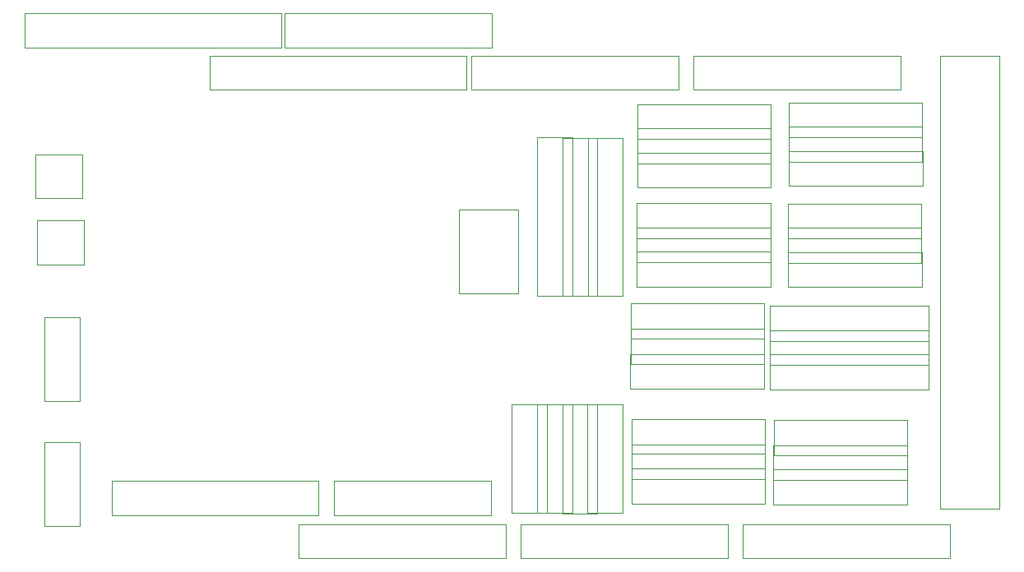
<source format=gbr>
G04 #@! TF.FileFunction,Other,User*
%FSLAX46Y46*%
G04 Gerber Fmt 4.6, Leading zero omitted, Abs format (unit mm)*
G04 Created by KiCad (PCBNEW 4.0.6) date 07/22/17 16:53:04*
%MOMM*%
%LPD*%
G01*
G04 APERTURE LIST*
%ADD10C,0.100000*%
%ADD11C,0.050000*%
G04 APERTURE END LIST*
D10*
D11*
X195608000Y-115796000D02*
X201658000Y-115796000D01*
X195608000Y-69096000D02*
X201658000Y-69096000D01*
X195608000Y-115796000D02*
X195608000Y-69096000D01*
X201658000Y-115796000D02*
X201658000Y-69096000D01*
X129568000Y-117376000D02*
X129568000Y-120876000D01*
X150868000Y-117376000D02*
X150868000Y-120876000D01*
X129568000Y-117376000D02*
X150868000Y-117376000D01*
X129568000Y-120876000D02*
X150868000Y-120876000D01*
X152428000Y-117376000D02*
X152428000Y-120876000D01*
X173728000Y-117376000D02*
X173728000Y-120876000D01*
X152428000Y-117376000D02*
X173728000Y-117376000D01*
X152428000Y-120876000D02*
X173728000Y-120876000D01*
X175288000Y-117376000D02*
X175288000Y-120876000D01*
X196588000Y-117376000D02*
X196588000Y-120876000D01*
X175288000Y-117376000D02*
X196588000Y-117376000D01*
X175288000Y-120876000D02*
X196588000Y-120876000D01*
X120424000Y-69116000D02*
X120424000Y-72616000D01*
X146824000Y-69116000D02*
X146824000Y-72616000D01*
X120424000Y-69116000D02*
X146824000Y-69116000D01*
X120424000Y-72616000D02*
X146824000Y-72616000D01*
X147348000Y-69116000D02*
X147348000Y-72616000D01*
X168648000Y-69116000D02*
X168648000Y-72616000D01*
X147348000Y-69116000D02*
X168648000Y-69116000D01*
X147348000Y-72616000D02*
X168648000Y-72616000D01*
X170208000Y-69116000D02*
X170208000Y-72616000D01*
X191508000Y-69116000D02*
X191508000Y-72616000D01*
X170208000Y-69116000D02*
X191508000Y-69116000D01*
X170208000Y-72616000D02*
X191508000Y-72616000D01*
X110270000Y-112950000D02*
X110270000Y-116450000D01*
X131570000Y-112950000D02*
X131570000Y-116450000D01*
X110270000Y-112950000D02*
X131570000Y-112950000D01*
X110270000Y-116450000D02*
X131570000Y-116450000D01*
X133150000Y-112950000D02*
X133150000Y-116450000D01*
X149350000Y-112950000D02*
X149350000Y-116450000D01*
X133150000Y-112950000D02*
X149350000Y-112950000D01*
X133150000Y-116450000D02*
X149350000Y-116450000D01*
X101330000Y-64750000D02*
X101330000Y-68250000D01*
X127730000Y-64750000D02*
X127730000Y-68250000D01*
X101330000Y-64750000D02*
X127730000Y-64750000D01*
X101330000Y-68250000D02*
X127730000Y-68250000D01*
X128110000Y-64750000D02*
X128110000Y-68250000D01*
X149410000Y-64750000D02*
X149410000Y-68250000D01*
X128110000Y-64750000D02*
X149410000Y-64750000D01*
X128110000Y-68250000D02*
X149410000Y-68250000D01*
X163810000Y-115250000D02*
X177560000Y-115250000D01*
X177560000Y-115250000D02*
X177560000Y-111650000D01*
X177560000Y-111650000D02*
X163810000Y-111650000D01*
X163810000Y-111650000D02*
X163810000Y-115250000D01*
X178410000Y-115350000D02*
X192160000Y-115350000D01*
X192160000Y-115350000D02*
X192160000Y-111750000D01*
X192160000Y-111750000D02*
X178410000Y-111750000D01*
X178410000Y-111750000D02*
X178410000Y-115350000D01*
X163680000Y-103450000D02*
X177430000Y-103450000D01*
X177430000Y-103450000D02*
X177430000Y-99850000D01*
X177430000Y-99850000D02*
X163680000Y-99850000D01*
X163680000Y-99850000D02*
X163680000Y-103450000D01*
X178060000Y-103500000D02*
X194360000Y-103500000D01*
X194360000Y-103500000D02*
X194360000Y-99900000D01*
X194360000Y-99900000D02*
X178060000Y-99900000D01*
X178060000Y-99900000D02*
X178060000Y-103500000D01*
X164350000Y-92900000D02*
X178100000Y-92900000D01*
X178100000Y-92900000D02*
X178100000Y-89300000D01*
X178100000Y-89300000D02*
X164350000Y-89300000D01*
X164350000Y-89300000D02*
X164350000Y-92900000D01*
X179920000Y-92950000D02*
X193670000Y-92950000D01*
X193670000Y-92950000D02*
X193670000Y-89350000D01*
X193670000Y-89350000D02*
X179920000Y-89350000D01*
X179920000Y-89350000D02*
X179920000Y-92950000D01*
X164400000Y-82700000D02*
X178150000Y-82700000D01*
X178150000Y-82700000D02*
X178150000Y-79100000D01*
X178150000Y-79100000D02*
X164400000Y-79100000D01*
X164400000Y-79100000D02*
X164400000Y-82700000D01*
X180010000Y-82550000D02*
X193760000Y-82550000D01*
X193760000Y-82550000D02*
X193760000Y-78950000D01*
X193760000Y-78950000D02*
X180010000Y-78950000D01*
X180010000Y-78950000D02*
X180010000Y-82550000D01*
X163790000Y-112750000D02*
X177540000Y-112750000D01*
X177540000Y-112750000D02*
X177540000Y-109150000D01*
X177540000Y-109150000D02*
X163790000Y-109150000D01*
X163790000Y-109150000D02*
X163790000Y-112750000D01*
X178390000Y-112850000D02*
X192140000Y-112850000D01*
X192140000Y-112850000D02*
X192140000Y-109250000D01*
X192140000Y-109250000D02*
X178390000Y-109250000D01*
X178390000Y-109250000D02*
X178390000Y-112850000D01*
X163720000Y-100850000D02*
X177470000Y-100850000D01*
X177470000Y-100850000D02*
X177470000Y-97250000D01*
X177470000Y-97250000D02*
X163720000Y-97250000D01*
X163720000Y-97250000D02*
X163720000Y-100850000D01*
X178080000Y-101000000D02*
X194380000Y-101000000D01*
X194380000Y-101000000D02*
X194380000Y-97400000D01*
X194380000Y-97400000D02*
X178080000Y-97400000D01*
X178080000Y-97400000D02*
X178080000Y-101000000D01*
X178110000Y-86800000D02*
X164360000Y-86800000D01*
X164360000Y-86800000D02*
X164360000Y-90400000D01*
X164360000Y-90400000D02*
X178110000Y-90400000D01*
X178110000Y-90400000D02*
X178110000Y-86800000D01*
X179900000Y-90450000D02*
X193650000Y-90450000D01*
X193650000Y-90450000D02*
X193650000Y-86850000D01*
X193650000Y-86850000D02*
X179900000Y-86850000D01*
X179900000Y-86850000D02*
X179900000Y-90450000D01*
X179950000Y-80050000D02*
X193700000Y-80050000D01*
X193700000Y-80050000D02*
X193700000Y-76450000D01*
X193700000Y-76450000D02*
X179950000Y-76450000D01*
X179950000Y-76450000D02*
X179950000Y-80050000D01*
X164400000Y-80200000D02*
X178150000Y-80200000D01*
X178150000Y-80200000D02*
X178150000Y-76600000D01*
X178150000Y-76600000D02*
X164400000Y-76600000D01*
X164400000Y-76600000D02*
X164400000Y-80200000D01*
X163810000Y-110150000D02*
X177560000Y-110150000D01*
X177560000Y-110150000D02*
X177560000Y-106550000D01*
X177560000Y-106550000D02*
X163810000Y-106550000D01*
X163810000Y-106550000D02*
X163810000Y-110150000D01*
X178450000Y-110250000D02*
X192200000Y-110250000D01*
X192200000Y-110250000D02*
X192200000Y-106650000D01*
X192200000Y-106650000D02*
X178450000Y-106650000D01*
X178450000Y-106650000D02*
X178450000Y-110250000D01*
X163720000Y-98250000D02*
X177470000Y-98250000D01*
X177470000Y-98250000D02*
X177470000Y-94650000D01*
X177470000Y-94650000D02*
X163720000Y-94650000D01*
X163720000Y-94650000D02*
X163720000Y-98250000D01*
X178080000Y-98500000D02*
X194380000Y-98500000D01*
X194380000Y-98500000D02*
X194380000Y-94900000D01*
X194380000Y-94900000D02*
X178080000Y-94900000D01*
X178080000Y-94900000D02*
X178080000Y-98500000D01*
X164350000Y-87900000D02*
X178100000Y-87900000D01*
X178100000Y-87900000D02*
X178100000Y-84300000D01*
X178100000Y-84300000D02*
X164350000Y-84300000D01*
X164350000Y-84300000D02*
X164350000Y-87900000D01*
X179900000Y-87950000D02*
X193650000Y-87950000D01*
X193650000Y-87950000D02*
X193650000Y-84350000D01*
X193650000Y-84350000D02*
X179900000Y-84350000D01*
X179900000Y-84350000D02*
X179900000Y-87950000D01*
X179950000Y-77550000D02*
X193700000Y-77550000D01*
X193700000Y-77550000D02*
X193700000Y-73950000D01*
X193700000Y-73950000D02*
X179950000Y-73950000D01*
X179950000Y-73950000D02*
X179950000Y-77550000D01*
X164400000Y-77700000D02*
X178150000Y-77700000D01*
X178150000Y-77700000D02*
X178150000Y-74100000D01*
X178150000Y-74100000D02*
X164400000Y-74100000D01*
X164400000Y-74100000D02*
X164400000Y-77700000D01*
X107000000Y-117590000D02*
X107000000Y-108940000D01*
X107000000Y-108940000D02*
X103400000Y-108940000D01*
X103400000Y-108940000D02*
X103400000Y-117590000D01*
X103400000Y-117590000D02*
X107000000Y-117590000D01*
X107000000Y-104700000D02*
X107000000Y-96050000D01*
X107000000Y-96050000D02*
X103400000Y-96050000D01*
X103400000Y-96050000D02*
X103400000Y-104700000D01*
X103400000Y-104700000D02*
X107000000Y-104700000D01*
X146010000Y-84950000D02*
X146010000Y-93600000D01*
X146010000Y-93600000D02*
X152160000Y-93600000D01*
X152160000Y-93600000D02*
X152160000Y-84950000D01*
X152160000Y-84950000D02*
X146010000Y-84950000D01*
X151484000Y-105004000D02*
X151484000Y-116204000D01*
X151484000Y-116204000D02*
X155084000Y-116204000D01*
X155084000Y-116204000D02*
X155084000Y-105004000D01*
X155084000Y-105004000D02*
X151484000Y-105004000D01*
X154084000Y-105044000D02*
X154084000Y-116244000D01*
X154084000Y-116244000D02*
X157684000Y-116244000D01*
X157684000Y-116244000D02*
X157684000Y-105044000D01*
X157684000Y-105044000D02*
X154084000Y-105044000D01*
X156684000Y-105064000D02*
X156684000Y-116264000D01*
X156684000Y-116264000D02*
X160284000Y-116264000D01*
X160284000Y-116264000D02*
X160284000Y-105064000D01*
X160284000Y-105064000D02*
X156684000Y-105064000D01*
X159284000Y-105044000D02*
X159284000Y-116244000D01*
X159284000Y-116244000D02*
X162884000Y-116244000D01*
X162884000Y-116244000D02*
X162884000Y-105044000D01*
X162884000Y-105044000D02*
X159284000Y-105044000D01*
X159300000Y-77580000D02*
X159300000Y-93880000D01*
X159300000Y-93880000D02*
X162900000Y-93880000D01*
X162900000Y-93880000D02*
X162900000Y-77580000D01*
X162900000Y-77580000D02*
X159300000Y-77580000D01*
X156700000Y-77580000D02*
X156700000Y-93880000D01*
X156700000Y-93880000D02*
X160300000Y-93880000D01*
X160300000Y-93880000D02*
X160300000Y-77580000D01*
X160300000Y-77580000D02*
X156700000Y-77580000D01*
X154100000Y-77550000D02*
X154100000Y-93850000D01*
X154100000Y-93850000D02*
X157700000Y-93850000D01*
X157700000Y-93850000D02*
X157700000Y-77550000D01*
X157700000Y-77550000D02*
X154100000Y-77550000D01*
X102450000Y-79300000D02*
X102450000Y-83800000D01*
X102450000Y-83800000D02*
X107300000Y-83800000D01*
X107300000Y-83800000D02*
X107300000Y-79300000D01*
X107300000Y-79300000D02*
X102450000Y-79300000D01*
X102610000Y-86100000D02*
X102610000Y-90600000D01*
X102610000Y-90600000D02*
X107460000Y-90600000D01*
X107460000Y-90600000D02*
X107460000Y-86100000D01*
X107460000Y-86100000D02*
X102610000Y-86100000D01*
M02*

</source>
